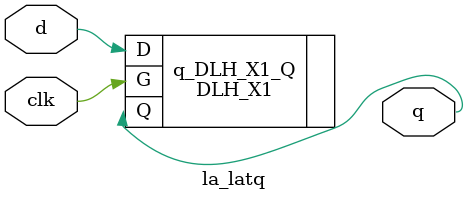
<source format=v>
/* Generated by Yosys 0.37 (git sha1 a5c7f69ed, clang 14.0.0-1ubuntu1.1 -fPIC -Os) */

module la_latq(d, clk, q);
  input clk;
  wire clk;
  input d;
  wire d;
  output q;
  wire q;
  DLH_X1 q_DLH_X1_Q (
    .D(d),
    .G(clk),
    .Q(q)
  );
endmodule

</source>
